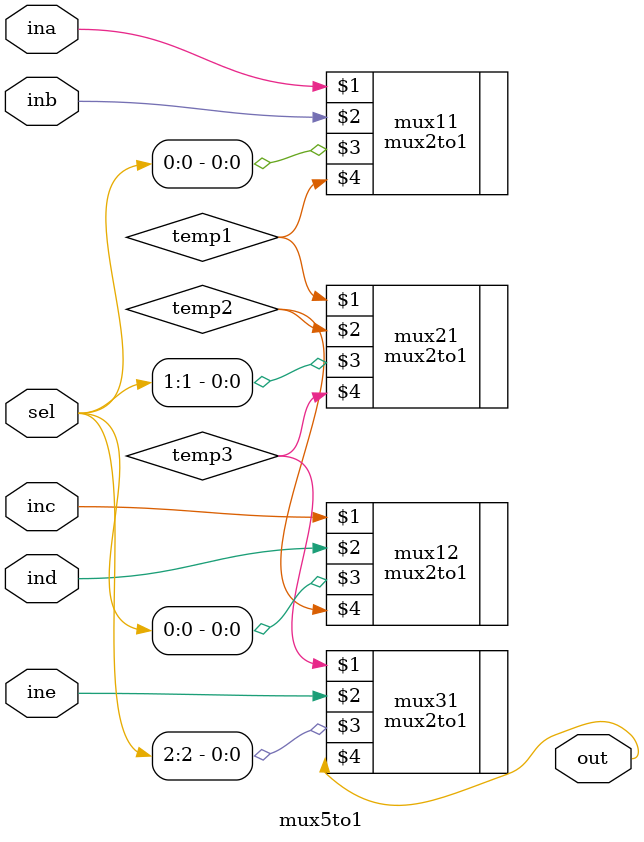
<source format=v>
`timescale 1ns / 1ps

module mux5to1 #(parameter WIDTH=1) (ina, inb, inc, ind, ine, sel, out);

input  [WIDTH-1:0] ina, inb, inc, ind, ine;
input  [2:0]       sel;
output [WIDTH-1:0] out;
/*
   sel   out
   000   ina
   001   inb
   010   inc
   011   ind
   1xx   ine
*/

wire [WIDTH-1:0] temp1, temp2, temp3;

mux2to1 #(WIDTH) mux11 (ina, inb, sel[0], temp1);
mux2to1 #(WIDTH) mux12 (inc, ind, sel[0], temp2);
mux2to1 #(WIDTH) mux21 (temp1, temp2, sel[1], temp3);
mux2to1 #(WIDTH) mux31 (temp3, ine, sel[2], out);

endmodule
</source>
